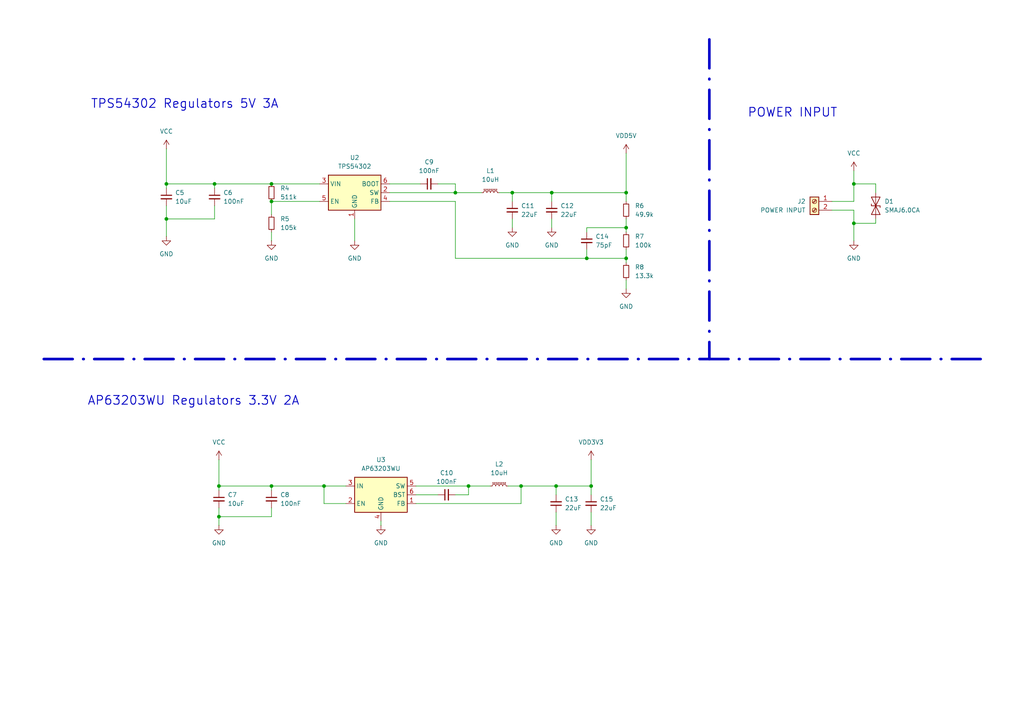
<source format=kicad_sch>
(kicad_sch (version 20250114) (generator "eeschema") (generator_version "9.0")
  (paper "A4")
  (title_block (title "DC-DC Regulators") (date "2025-03-16") (comment 3 "Yusuf Karabocek") (comment 4 "Designed by"))
  (lib_symbols
    (symbol "Connector:Screw_Terminal_01x02" (pin_names (offset 1.016) (hide yes))
      (property "Reference" "J" (at 0 2.54 0))
      (property "Value" "Screw_Terminal_01x02" (at 0 -5.08 0))
      (symbol "Screw_Terminal_01x02_1_1"
        (rectangle (start -1.27 1.27) (end 1.27 -3.81) (stroke (width 0.254)) (fill (type background)))
        (polyline (pts (xy -0.5334 0.3302) (xy 0.3302 -0.508)) (stroke (width 0.1524)))
        (polyline (pts (xy -0.5334 -2.2098) (xy 0.3302 -3.048)) (stroke (width 0.1524)))
        (polyline (pts (xy -0.3556 0.508) (xy 0.508 -0.3302)) (stroke (width 0.1524)))
        (polyline (pts (xy -0.3556 -2.032) (xy 0.508 -2.8702)) (stroke (width 0.1524)))
        (circle (center 0 0) (radius 0.635) (stroke (width 0.1524)))
        (circle (center 0 -2.54) (radius 0.635) (stroke (width 0.1524)))
        (pin passive line (at -5.08 0 0) (length 3.81) (name "Pin_1") (number "1"))
        (pin passive line (at -5.08 -2.54 0) (length 3.81) (name "Pin_2") (number "2"))
      )
    )
    (symbol "Device:C_Small" (pin_numbers (hide yes)) (pin_names (offset 0.254) (hide yes))
      (property "Reference" "C" (at 0.254 1.778 0))
      (property "Value" "C_Small" (at 0.254 -2.032 0))
      (symbol "C_Small_0_1"
        (polyline (pts (xy -1.524 0.508) (xy 1.524 0.508)) (stroke (width 0.3048)))
        (polyline (pts (xy -1.524 -0.508) (xy 1.524 -0.508)) (stroke (width 0.3302)))
      )
      (symbol "C_Small_1_1"
        (pin passive line (at 0 2.54 270) (length 2.032) (name "~") (number "1"))
        (pin passive line (at 0 -2.54 90) (length 2.032) (name "~") (number "2"))
      )
    )
    (symbol "Device:L_Ferrite_Small" (pin_numbers (hide yes)) (pin_names (offset 0.254) (hide yes))
      (property "Reference" "L" (at 1.27 1.016 0))
      (property "Value" "L_Ferrite_Small" (at 1.27 -1.27 0))
      (symbol "L_Ferrite_Small_0_1"
        (arc (start 0 2.032) (mid 0.5058 1.524) (end 0 1.016))
        (arc (start 0 1.016) (mid 0.5058 0.508) (end 0 0))
        (arc (start 0 0) (mid 0.5058 -0.508) (end 0 -1.016))
        (arc (start 0 -1.016) (mid 0.5058 -1.524) (end 0 -2.032))
        (polyline (pts (xy 0.762 1.651) (xy 0.762 1.905)))
        (polyline (pts (xy 0.762 1.143) (xy 0.762 1.397)))
        (polyline (pts (xy 0.762 0.635) (xy 0.762 0.889)))
        (polyline (pts (xy 0.762 0.127) (xy 0.762 0.381)))
        (polyline (pts (xy 0.762 -0.381) (xy 0.762 -0.127)))
        (polyline (pts (xy 0.762 -0.889) (xy 0.762 -0.635)))
        (polyline (pts (xy 0.762 -1.397) (xy 0.762 -1.143)))
        (polyline (pts (xy 0.762 -1.905) (xy 0.762 -1.651)))
        (polyline (pts (xy 1.016 1.905) (xy 1.016 1.651)))
        (polyline (pts (xy 1.016 1.397) (xy 1.016 1.143)))
        (polyline (pts (xy 1.016 0.889) (xy 1.016 0.635)))
        (polyline (pts (xy 1.016 0.381) (xy 1.016 0.127)))
        (polyline (pts (xy 1.016 -0.127) (xy 1.016 -0.381)))
        (polyline (pts (xy 1.016 -0.635) (xy 1.016 -0.889)))
        (polyline (pts (xy 1.016 -1.143) (xy 1.016 -1.397)))
        (polyline (pts (xy 1.016 -1.651) (xy 1.016 -1.905)))
      )
      (symbol "L_Ferrite_Small_1_1"
        (pin passive line (at 0 2.54 270) (length 0.508) (name "~") (number "1"))
        (pin passive line (at 0 -2.54 90) (length 0.508) (name "~") (number "2"))
      )
    )
    (symbol "Device:R_Small" (pin_numbers (hide yes)) (pin_names (offset 0.254) (hide yes))
      (property "Reference" "R" (at 0.762 0.508 0))
      (property "Value" "R_Small" (at 0.762 -1.016 0))
      (symbol "R_Small_0_1"
        (rectangle (start -0.762 1.778) (end 0.762 -1.778) (stroke (width 0.2032)))
      )
      (symbol "R_Small_1_1"
        (pin passive line (at 0 2.54 270) (length 0.762) (name "~") (number "1"))
        (pin passive line (at 0 -2.54 90) (length 0.762) (name "~") (number "2"))
      )
    )
    (symbol "Diode:SMAJ6.0CA" (pin_numbers (hide yes)) (pin_names (offset 1.016) (hide yes))
      (property "Reference" "D" (at 0 2.54 0))
      (property "Value" "SMAJ6.0CA" (at 0 -2.54 0))
      (symbol "SMAJ6.0CA_0_1"
        (polyline (pts (xy -2.54 -1.27) (xy 0 0) (xy -2.54 1.27) (xy -2.54 -1.27)) (stroke (width 0.2032)))
        (polyline (pts (xy 0.508 1.27) (xy 0 1.27) (xy 0 -1.27) (xy -0.508 -1.27)) (stroke (width 0.2032)))
        (polyline (pts (xy 1.27 0) (xy -1.27 0)))
        (polyline (pts (xy 2.54 1.27) (xy 2.54 -1.27) (xy 0 0) (xy 2.54 1.27)) (stroke (width 0.2032)))
      )
      (symbol "SMAJ6.0CA_1_1"
        (pin passive line (at -3.81 0 0) (length 2.54) (name "A1") (number "1"))
        (pin passive line (at 3.81 0 180) (length 2.54) (name "A2") (number "2"))
      )
    )
    (symbol "Regulator_Switching:AP63203WU"
      (property "Reference" "U" (at -7.62 6.35 0))
      (property "Value" "AP63203WU" (at 2.54 6.35 0))
      (symbol "AP63203WU_0_1"
        (rectangle (start -7.62 5.08) (end 7.62 -5.08) (stroke (width 0.254)) (fill (type background)))
      )
      (symbol "AP63203WU_1_1"
        (pin power_in line (at -10.16 2.54 0) (length 2.54) (name "IN") (number "3"))
        (pin input line (at -10.16 -2.54 0) (length 2.54) (name "EN") (number "2"))
        (pin power_in line (at 0 -7.62 90) (length 2.54) (name "GND") (number "4"))
        (pin output line (at 10.16 2.54 180) (length 2.54) (name "SW") (number "5"))
        (pin passive line (at 10.16 0 180) (length 2.54) (name "BST") (number "6"))
        (pin input line (at 10.16 -2.54 180) (length 2.54) (name "FB") (number "1"))
      )
    )
    (symbol "Regulator_Switching:TPS54302"
      (property "Reference" "U" (at -7.62 6.35 0))
      (property "Value" "TPS54302" (at 0 6.35 0))
      (symbol "TPS54302_0_1"
        (rectangle (start -7.62 5.08) (end 7.62 -5.08) (stroke (width 0.254)) (fill (type background)))
      )
      (symbol "TPS54302_1_1"
        (pin power_in line (at -10.16 2.54 0) (length 2.54) (name "VIN") (number "3"))
        (pin input line (at -10.16 -2.54 0) (length 2.54) (name "EN") (number "5"))
        (pin power_in line (at 0 -7.62 90) (length 2.54) (name "GND") (number "1"))
        (pin passive line (at 10.16 2.54 180) (length 2.54) (name "BOOT") (number "6"))
        (pin power_out line (at 10.16 0 180) (length 2.54) (name "SW") (number "2"))
        (pin input line (at 10.16 -2.54 180) (length 2.54) (name "FB") (number "4"))
      )
    )
    (symbol "power:GND" (power) (pin_numbers (hide yes)) (pin_names (offset 0) (hide yes))
      (property "Value" "GND" (at 0 -3.81 0))
      (symbol "GND_0_1"
        (polyline (pts (xy 0 0) (xy 0 -1.27) (xy 1.27 -1.27) (xy 0 -2.54) (xy -1.27 -1.27) (xy 0 -1.27)))
      )
      (symbol "GND_1_1"
        (pin power_in line (at 0 0 270) (length 0) (name "~") (number "1"))
      )
    )
    (symbol "power:VCC" (power) (pin_numbers (hide yes)) (pin_names (offset 0) (hide yes))
      (property "Value" "VCC" (at 0 3.556 0))
      (symbol "VCC_0_1"
        (polyline (pts (xy -0.762 1.27) (xy 0 2.54)))
        (polyline (pts (xy 0 2.54) (xy 0.762 1.27)))
        (polyline (pts (xy 0 0) (xy 0 2.54)))
      )
      (symbol "VCC_1_1"
        (pin power_in line (at 0 0 90) (length 0) (name "~") (number "1"))
      )
    )
  )
  (text "TPS54302 Regulators 5V 3A\n" (at 53.594 30.226 0) (effects (font (size 2.54 2.54) (thickness 0.254) (bold yes))))
  (text "POWER INPUT" (at 229.87 32.766 0) (effects (font (size 2.54 2.54) (thickness 0.254) (bold yes))))
  (text "AP63203WU Regulators 3.3V 2A\n" (at 56.134 116.332 0) (effects (font (size 2.54 2.54) (thickness 0.254) (bold yes))))
  (junction (at 63.5 140.97))
  (junction (at 181.61 55.88))
  (junction (at 148.59 55.88))
  (junction (at 171.45 140.97))
  (junction (at 48.26 63.5))
  (junction (at 151.13 140.97))
  (junction (at 93.98 140.97))
  (junction (at 170.18 74.93))
  (junction (at 78.74 58.42))
  (junction (at 62.23 53.34))
  (junction (at 161.29 140.97))
  (junction (at 135.89 140.97))
  (junction (at 78.74 53.34))
  (junction (at 132.08 55.88))
  (junction (at 181.61 74.93))
  (junction (at 247.65 64.77))
  (junction (at 78.74 140.97))
  (junction (at 48.26 53.34))
  (junction (at 247.65 53.34))
  (junction (at 63.5 149.86))
  (junction (at 181.61 66.04))
  (junction (at 160.02 55.88))
  (wire (pts (xy 160.02 55.88) (xy 148.59 55.88)))
  (wire (pts (xy 181.61 66.04) (xy 181.61 67.31)))
  (wire (pts (xy 181.61 58.42) (xy 181.61 55.88)))
  (wire (pts (xy 160.02 66.04) (xy 160.02 63.5)))
  (wire (pts (xy 171.45 140.97) (xy 161.29 140.97)))
  (wire (pts (xy 171.45 133.35) (xy 171.45 140.97)))
  (wire (pts (xy 148.59 66.04) (xy 148.59 63.5)))
  (polyline (pts (xy 205.74 11.43) (xy 205.74 104.14)) (stroke (width 0.762) (type dash_dot)))
  (wire (pts (xy 135.89 140.97) (xy 142.24 140.97)))
  (wire (pts (xy 127 53.34) (xy 132.08 53.34)))
  (wire (pts (xy 170.18 74.93) (xy 181.61 74.93)))
  (wire (pts (xy 151.13 140.97) (xy 161.29 140.97)))
  (wire (pts (xy 62.23 59.69) (xy 62.23 63.5)))
  (wire (pts (xy 113.03 55.88) (xy 132.08 55.88)))
  (wire (pts (xy 78.74 69.85) (xy 78.74 67.31)))
  (wire (pts (xy 113.03 58.42) (xy 132.08 58.42)))
  (wire (pts (xy 170.18 72.39) (xy 170.18 74.93)))
  (wire (pts (xy 181.61 63.5) (xy 181.61 66.04)))
  (wire (pts (xy 120.65 140.97) (xy 135.89 140.97)))
  (wire (pts (xy 148.59 55.88) (xy 148.59 58.42)))
  (wire (pts (xy 78.74 147.32) (xy 78.74 149.86)))
  (wire (pts (xy 132.08 55.88) (xy 139.7 55.88)))
  (wire (pts (xy 62.23 63.5) (xy 48.26 63.5)))
  (wire (pts (xy 93.98 146.05) (xy 93.98 140.97)))
  (wire (pts (xy 100.33 140.97) (xy 93.98 140.97)))
  (wire (pts (xy 171.45 152.4) (xy 171.45 148.59)))
  (wire (pts (xy 241.3 58.42) (xy 247.65 58.42)))
  (wire (pts (xy 63.5 142.24) (xy 63.5 140.97)))
  (wire (pts (xy 132.08 143.51) (xy 135.89 143.51)))
  (wire (pts (xy 113.03 53.34) (xy 121.92 53.34)))
  (wire (pts (xy 254 55.88) (xy 254 53.34)))
  (wire (pts (xy 254 63.5) (xy 254 64.77)))
  (wire (pts (xy 135.89 143.51) (xy 135.89 140.97)))
  (wire (pts (xy 63.5 152.4) (xy 63.5 149.86)))
  (wire (pts (xy 63.5 149.86) (xy 63.5 147.32)))
  (wire (pts (xy 78.74 140.97) (xy 78.74 142.24)))
  (wire (pts (xy 147.32 140.97) (xy 151.13 140.97)))
  (wire (pts (xy 48.26 63.5) (xy 48.26 59.69)))
  (wire (pts (xy 62.23 53.34) (xy 62.23 54.61)))
  (wire (pts (xy 102.87 69.85) (xy 102.87 63.5)))
  (wire (pts (xy 144.78 55.88) (xy 148.59 55.88)))
  (wire (pts (xy 132.08 74.93) (xy 170.18 74.93)))
  (wire (pts (xy 63.5 133.35) (xy 63.5 140.97)))
  (wire (pts (xy 181.61 44.45) (xy 181.61 55.88)))
  (wire (pts (xy 181.61 83.82) (xy 181.61 81.28)))
  (wire (pts (xy 247.65 64.77) (xy 247.65 69.85)))
  (wire (pts (xy 100.33 146.05) (xy 93.98 146.05)))
  (wire (pts (xy 247.65 49.53) (xy 247.65 53.34)))
  (wire (pts (xy 120.65 143.51) (xy 127 143.51)))
  (wire (pts (xy 78.74 58.42) (xy 92.71 58.42)))
  (wire (pts (xy 132.08 53.34) (xy 132.08 55.88)))
  (wire (pts (xy 171.45 143.51) (xy 171.45 140.97)))
  (wire (pts (xy 160.02 58.42) (xy 160.02 55.88)))
  (wire (pts (xy 48.26 43.18) (xy 48.26 53.34)))
  (wire (pts (xy 78.74 149.86) (xy 63.5 149.86)))
  (wire (pts (xy 247.65 58.42) (xy 247.65 53.34)))
  (wire (pts (xy 48.26 54.61) (xy 48.26 53.34)))
  (wire (pts (xy 110.49 152.4) (xy 110.49 151.13)))
  (wire (pts (xy 120.65 146.05) (xy 151.13 146.05)))
  (wire (pts (xy 160.02 55.88) (xy 181.61 55.88)))
  (wire (pts (xy 247.65 60.96) (xy 247.65 64.77)))
  (wire (pts (xy 181.61 74.93) (xy 181.61 76.2)))
  (wire (pts (xy 78.74 58.42) (xy 78.74 62.23)))
  (wire (pts (xy 48.26 68.58) (xy 48.26 63.5)))
  (wire (pts (xy 254 64.77) (xy 247.65 64.77)))
  (wire (pts (xy 78.74 53.34) (xy 62.23 53.34)))
  (wire (pts (xy 254 53.34) (xy 247.65 53.34)))
  (wire (pts (xy 170.18 66.04) (xy 181.61 66.04)))
  (wire (pts (xy 92.71 53.34) (xy 78.74 53.34)))
  (wire (pts (xy 132.08 58.42) (xy 132.08 74.93)))
  (polyline (pts (xy 12.7 104.14) (xy 284.48 104.14)) (stroke (width 0.762) (type dash_dot)))
  (wire (pts (xy 241.3 60.96) (xy 247.65 60.96)))
  (wire (pts (xy 151.13 146.05) (xy 151.13 140.97)))
  (wire (pts (xy 161.29 152.4) (xy 161.29 148.59)))
  (wire (pts (xy 181.61 72.39) (xy 181.61 74.93)))
  (wire (pts (xy 170.18 67.31) (xy 170.18 66.04)))
  (wire (pts (xy 93.98 140.97) (xy 78.74 140.97)))
  (wire (pts (xy 161.29 140.97) (xy 161.29 143.51)))
  (wire (pts (xy 63.5 140.97) (xy 78.74 140.97)))
  (wire (pts (xy 48.26 53.34) (xy 62.23 53.34)))
  (symbol (lib_id "power:GND") (at 160.02 66.04 0) (unit 1)
    (property "Reference" "#PWR019" (effects (hide yes)))
    (property "Value" "GND" (at 160.02 71.12 0))
    (property "Description" "Power symbol creates a global label with name \"GND\" , ground" (effects (hide yes)))
  )
  (symbol (lib_id "power:GND") (at 181.61 83.82 0) (unit 1)
    (property "Reference" "#PWR024" (effects (hide yes)))
    (property "Value" "GND" (at 181.61 88.9 0))
    (property "Description" "Power symbol creates a global label with name \"GND\" , ground" (effects (hide yes)))
  )
  (symbol (lib_id "Device:R_Small") (at 78.74 55.88 0) (unit 1)
    (property "Reference" "R4" (at 81.28 54.6099 0) (effects (justify left)))
    (property "Value" "511k" (at 81.28 57.1499 0) (effects (justify left)))
    (property "Footprint" "Resistor_SMD:R_0603_1608Metric" (effects (hide yes)))
    (property "Description" "Resistor, small symbol" (effects (hide yes)))
  )
  (symbol (lib_id "Device:L_Ferrite_Small") (at 144.78 140.97 90) (unit 1)
    (property "Reference" "L2" (at 144.78 134.62 90))
    (property "Value" "10uH" (at 144.78 137.16 90))
    (property "Footprint" "Inductor_SMD:L_APV_ANR4030" (effects (hide yes)))
    (property "Description" "Inductor with ferrite core, small symbol" (effects (hide yes)))
  )
  (symbol (lib_id "Device:R_Small") (at 181.61 60.96 0) (unit 1)
    (property "Reference" "R6" (at 184.15 59.6899 0) (effects (justify left)))
    (property "Value" "49.9k" (at 184.15 62.2299 0) (effects (justify left)))
    (property "Footprint" "Resistor_SMD:R_0603_1608Metric" (effects (hide yes)))
    (property "Description" "Resistor, small symbol" (effects (hide yes)))
  )
  (symbol (lib_id "power:VCC") (at 171.45 133.35 0) (unit 1)
    (property "Reference" "#PWR021" (effects (hide yes)))
    (property "Value" "VDD3V3" (at 171.45 128.27 0))
    (property "Description" "Power symbol creates a global label with name \"VCC\"" (effects (hide yes)))
  )
  (symbol (lib_id "power:VCC") (at 48.26 43.18 0) (unit 1)
    (property "Reference" "#PWR011" (effects (hide yes)))
    (property "Value" "VCC" (at 48.26 38.1 0))
    (property "Description" "Power symbol creates a global label with name \"VCC\"" (effects (hide yes)))
  )
  (symbol (lib_id "Device:R_Small") (at 78.74 64.77 0) (unit 1)
    (property "Reference" "R5" (at 81.28 63.4999 0) (effects (justify left)))
    (property "Value" "105k" (at 81.28 66.0399 0) (effects (justify left)))
    (property "Footprint" "Resistor_SMD:R_0603_1608Metric" (effects (hide yes)))
    (property "Description" "Resistor, small symbol" (effects (hide yes)))
  )
  (symbol (lib_id "power:VCC") (at 181.61 44.45 0) (unit 1)
    (property "Reference" "#PWR023" (effects (hide yes)))
    (property "Value" "VDD5V" (at 181.61 39.37 0))
    (property "Description" "Power symbol creates a global label with name \"VCC\"" (effects (hide yes)))
  )
  (symbol (lib_id "Device:C_Small") (at 124.46 53.34 90) (unit 1)
    (property "Reference" "C9" (at 124.4663 46.99 90))
    (property "Value" "100nF" (at 124.4663 49.53 90))
    (property "Footprint" "Capacitor_SMD:C_0603_1608Metric" (effects (hide yes)))
    (property "Description" "Unpolarized capacitor, small symbol" (effects (hide yes)))
  )
  (symbol (lib_id "Device:C_Small") (at 129.54 143.51 90) (unit 1)
    (property "Reference" "C10" (at 129.5463 137.16 90))
    (property "Value" "100nF" (at 129.5463 139.7 90))
    (property "Footprint" "Capacitor_SMD:C_0603_1608Metric" (effects (hide yes)))
    (property "Description" "Unpolarized capacitor, small symbol" (effects (hide yes)))
  )
  (symbol (lib_id "power:GND") (at 171.45 152.4 0) (unit 1)
    (property "Reference" "#PWR022" (effects (hide yes)))
    (property "Value" "GND" (at 171.45 157.48 0))
    (property "Description" "Power symbol creates a global label with name \"GND\" , ground" (effects (hide yes)))
  )
  (symbol (lib_id "Device:C_Small") (at 78.74 144.78 0) (unit 1)
    (property "Reference" "C8" (at 81.28 143.5162 0) (effects (justify left)))
    (property "Value" "100nF" (at 81.28 146.0562 0) (effects (justify left)))
    (property "Footprint" "Capacitor_SMD:C_0603_1608Metric" (effects (hide yes)))
    (property "Description" "Unpolarized capacitor, small symbol" (effects (hide yes)))
  )
  (symbol (lib_id "Device:C_Small") (at 63.5 144.78 0) (unit 1)
    (property "Reference" "C7" (at 66.04 143.5162 0) (effects (justify left)))
    (property "Value" "10uF" (at 66.04 146.0562 0) (effects (justify left)))
    (property "Footprint" "Capacitor_SMD:C_0603_1608Metric" (effects (hide yes)))
    (property "Description" "Unpolarized capacitor, small symbol" (effects (hide yes)))
  )
  (symbol (lib_id "Device:R_Small") (at 181.61 78.74 0) (unit 1)
    (property "Reference" "R8" (at 184.15 77.4699 0) (effects (justify left)))
    (property "Value" "13.3k" (at 184.15 80.0099 0) (effects (justify left)))
    (property "Footprint" "Resistor_SMD:R_0603_1608Metric" (effects (hide yes)))
    (property "Description" "Resistor, small symbol" (effects (hide yes)))
  )
  (symbol (lib_id "power:GND") (at 48.26 68.58 0) (unit 1)
    (property "Reference" "#PWR012" (effects (hide yes)))
    (property "Value" "GND" (at 48.26 73.66 0))
    (property "Description" "Power symbol creates a global label with name \"GND\" , ground" (effects (hide yes)))
  )
  (symbol (lib_id "power:GND") (at 110.49 152.4 0) (unit 1)
    (property "Reference" "#PWR017" (effects (hide yes)))
    (property "Value" "GND" (at 110.49 157.48 0))
    (property "Description" "Power symbol creates a global label with name \"GND\" , ground" (effects (hide yes)))
  )
  (symbol (lib_id "Device:C_Small") (at 170.18 69.85 0) (unit 1)
    (property "Reference" "C14" (at 172.72 68.5862 0) (effects (justify left)))
    (property "Value" "75pF" (at 172.72 71.1262 0) (effects (justify left)))
    (property "Footprint" "Capacitor_SMD:C_0603_1608Metric" (effects (hide yes)))
    (property "Description" "Unpolarized capacitor, small symbol" (effects (hide yes)))
  )
  (symbol (lib_id "Diode:SMAJ6.0CA") (at 254 59.69 90) (unit 1)
    (property "Reference" "D1" (at 256.54 58.4199 90) (effects (justify right)))
    (property "Value" "SMAJ6.0CA" (at 256.54 60.9599 90) (effects (justify right)))
    (property "Footprint" "Diode_SMD:D_SMA" (effects (hide yes)))
    (property "Datasheet" "https://www.littelfuse.com/media?resourcetype=datasheets&itemid=75e32973-b177-4ee3-a0ff-cedaf1abdb93&filename=smaj-datasheet" (effects (hide yes)))
    (property "Description" "400W bidirectional Transient Voltage Suppressor, 6.0Vr, SMA(DO-214AC)" (effects (hide yes)))
  )
  (symbol (lib_id "power:GND") (at 63.5 152.4 0) (unit 1)
    (property "Reference" "#PWR014" (effects (hide yes)))
    (property "Value" "GND" (at 63.5 157.48 0))
    (property "Description" "Power symbol creates a global label with name \"GND\" , ground" (effects (hide yes)))
  )
  (symbol (lib_id "power:VCC") (at 63.5 133.35 0) (unit 1)
    (property "Reference" "#PWR013" (effects (hide yes)))
    (property "Value" "VCC" (at 63.5 128.27 0))
    (property "Description" "Power symbol creates a global label with name \"VCC\"" (effects (hide yes)))
  )
  (symbol (lib_id "Device:L_Ferrite_Small") (at 142.24 55.88 90) (unit 1)
    (property "Reference" "L1" (at 142.24 49.53 90))
    (property "Value" "10uH" (at 142.24 52.07 90))
    (property "Footprint" "Inductor_SMD:L_APV_ANR4030" (effects (hide yes)))
    (property "Description" "Inductor with ferrite core, small symbol" (effects (hide yes)))
  )
  (symbol (lib_id "Device:C_Small") (at 160.02 60.96 0) (unit 1)
    (property "Reference" "C12" (at 162.56 59.6962 0) (effects (justify left)))
    (property "Value" "22uF" (at 162.56 62.2362 0) (effects (justify left)))
    (property "Footprint" "Capacitor_SMD:C_0603_1608Metric" (effects (hide yes)))
    (property "Description" "Unpolarized capacitor, small symbol" (effects (hide yes)))
  )
  (symbol (lib_id "Connector:Screw_Terminal_01x02") (at 236.22 58.42 0) (mirror y) (unit 1)
    (property "Reference" "J2" (at 233.68 58.4199 0) (effects (justify left)))
    (property "Value" "POWER INPUT" (at 233.68 60.9599 0) (effects (justify left)))
    (property "Footprint" "Connector_Phoenix_MSTB:PhoenixContact_MSTBA_2,5_2-G-5,08_1x02_P5.08mm_Horizontal" (effects (hide yes)))
    (property "Description" "Generic screw terminal, single row, 01x02, script generated (kicad-library-utils/schlib/autogen/connector/)" (effects (hide yes)))
  )
  (symbol (lib_id "Device:R_Small") (at 181.61 69.85 0) (unit 1)
    (property "Reference" "R7" (at 184.15 68.5799 0) (effects (justify left)))
    (property "Value" "100k" (at 184.15 71.1199 0) (effects (justify left)))
    (property "Footprint" "Resistor_SMD:R_0603_1608Metric" (effects (hide yes)))
    (property "Description" "Resistor, small symbol" (effects (hide yes)))
  )
  (symbol (lib_id "power:GND") (at 78.74 69.85 0) (unit 1)
    (property "Reference" "#PWR015" (effects (hide yes)))
    (property "Value" "GND" (at 78.74 74.93 0))
    (property "Description" "Power symbol creates a global label with name \"GND\" , ground" (effects (hide yes)))
  )
  (symbol (lib_id "Device:C_Small") (at 171.45 146.05 0) (unit 1)
    (property "Reference" "C15" (at 173.99 144.7862 0) (effects (justify left)))
    (property "Value" "22uF" (at 173.99 147.3262 0) (effects (justify left)))
    (property "Footprint" "Capacitor_SMD:C_0603_1608Metric" (effects (hide yes)))
    (property "Description" "Unpolarized capacitor, small symbol" (effects (hide yes)))
  )
  (symbol (lib_id "power:GND") (at 161.29 152.4 0) (unit 1)
    (property "Reference" "#PWR020" (effects (hide yes)))
    (property "Value" "GND" (at 161.29 157.48 0))
    (property "Description" "Power symbol creates a global label with name \"GND\" , ground" (effects (hide yes)))
  )
  (symbol (lib_id "Regulator_Switching:AP63203WU") (at 110.49 143.51 0) (unit 1)
    (property "Reference" "U3" (at 110.49 133.35 0))
    (property "Value" "AP63203WU" (at 110.49 135.89 0))
    (property "Footprint" "Package_TO_SOT_SMD:TSOT-23-6" (effects (hide yes)))
    (property "Datasheet" "https://www.diodes.com/assets/Datasheets/AP63200-AP63201-AP63203-AP63205.pdf" (effects (hide yes)))
    (property "Description" "2A, 1.1MHz Buck DC/DC Converter, fixed 3.3V output voltage, TSOT-23-6" (effects (hide yes)))
  )
  (symbol (lib_id "power:GND") (at 148.59 66.04 0) (unit 1)
    (property "Reference" "#PWR018" (effects (hide yes)))
    (property "Value" "GND" (at 148.59 71.12 0))
    (property "Description" "Power symbol creates a global label with name \"GND\" , ground" (effects (hide yes)))
  )
  (symbol (lib_id "Device:C_Small") (at 148.59 60.96 0) (unit 1)
    (property "Reference" "C11" (at 151.13 59.6962 0) (effects (justify left)))
    (property "Value" "22uF" (at 151.13 62.2362 0) (effects (justify left)))
    (property "Footprint" "Capacitor_SMD:C_0603_1608Metric" (effects (hide yes)))
    (property "Description" "Unpolarized capacitor, small symbol" (effects (hide yes)))
  )
  (symbol (lib_id "power:GND") (at 102.87 69.85 0) (unit 1)
    (property "Reference" "#PWR016" (effects (hide yes)))
    (property "Value" "GND" (at 102.87 74.93 0))
    (property "Description" "Power symbol creates a global label with name \"GND\" , ground" (effects (hide yes)))
  )
  (symbol (lib_id "Device:C_Small") (at 161.29 146.05 180) (unit 1)
    (property "Reference" "C13" (at 163.83 144.7735 0) (effects (justify right)))
    (property "Value" "22uF" (at 163.83 147.3135 0) (effects (justify right)))
    (property "Footprint" "Capacitor_SMD:C_0603_1608Metric" (effects (hide yes)))
    (property "Description" "Unpolarized capacitor, small symbol" (effects (hide yes)))
  )
  (symbol (lib_id "Regulator_Switching:TPS54302") (at 102.87 55.88 0) (unit 1)
    (property "Reference" "U2" (at 102.87 45.72 0))
    (property "Value" "TPS54302" (at 102.87 48.26 0))
    (property "Footprint" "Package_TO_SOT_SMD:SOT-23-6" (effects (hide yes)))
    (property "Datasheet" "http://www.ti.com/lit/ds/symlink/tps54302.pdf" (effects (hide yes)))
    (property "Description" "3A, 4.5 to 28V Input, EMI Friendly integrated switch synchronous step-down regulator, pulse-skipping, SOT-23-6" (effects (hide yes)))
  )
  (symbol (lib_id "power:GND") (at 247.65 69.85 0) (unit 1)
    (property "Reference" "#PWR026" (effects (hide yes)))
    (property "Value" "GND" (at 247.65 74.93 0))
    (property "Description" "Power symbol creates a global label with name \"GND\" , ground" (effects (hide yes)))
  )
  (symbol (lib_id "power:VCC") (at 247.65 49.53 0) (unit 1)
    (property "Reference" "#PWR025" (effects (hide yes)))
    (property "Value" "VCC" (at 247.65 44.45 0))
    (property "Description" "Power symbol creates a global label with name \"VCC\"" (effects (hide yes)))
  )
  (symbol (lib_id "Device:C_Small") (at 48.26 57.15 0) (unit 1)
    (property "Reference" "C5" (at 50.8 55.8862 0) (effects (justify left)))
    (property "Value" "10uF" (at 50.8 58.4262 0) (effects (justify left)))
    (property "Footprint" "Capacitor_SMD:C_0603_1608Metric" (effects (hide yes)))
    (property "Description" "Unpolarized capacitor, small symbol" (effects (hide yes)))
  )
  (symbol (lib_id "Device:C_Small") (at 62.23 57.15 0) (unit 1)
    (property "Reference" "C6" (at 64.77 55.8862 0) (effects (justify left)))
    (property "Value" "100nF" (at 64.77 58.4262 0) (effects (justify left)))
    (property "Footprint" "Capacitor_SMD:C_0603_1608Metric" (effects (hide yes)))
    (property "Description" "Unpolarized capacitor, small symbol" (effects (hide yes)))
  )
)
</source>
